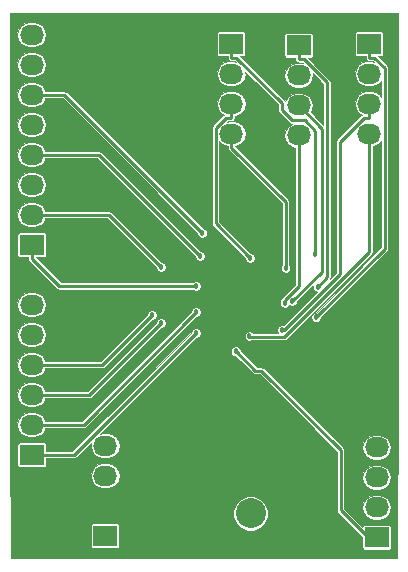
<source format=gbl>
G04 #@! TF.FileFunction,Copper,L2,Bot,Signal*
%FSLAX46Y46*%
G04 Gerber Fmt 4.6, Leading zero omitted, Abs format (unit mm)*
G04 Created by KiCad (PCBNEW (2015-07-25 BZR 5993)-product) date Sun 30 Aug 2015 02:46:25 PM PDT*
%MOMM*%
G01*
G04 APERTURE LIST*
%ADD10C,0.100000*%
%ADD11C,0.508000*%
%ADD12R,2.032000X1.727200*%
%ADD13O,2.032000X1.727200*%
%ADD14R,2.540000X2.540000*%
%ADD15C,2.540000*%
%ADD16C,0.457200*%
%ADD17C,0.228600*%
%ADD18C,0.250000*%
%ADD19C,0.025400*%
G04 APERTURE END LIST*
D10*
D11*
X139954000Y-55880000D03*
X145542000Y-68961000D03*
X145542000Y-70104000D03*
X145542000Y-71247000D03*
X145542000Y-67945000D03*
X143256000Y-67945000D03*
X143256000Y-71247000D03*
X143256000Y-70104000D03*
X143256000Y-68961000D03*
X144399000Y-68961000D03*
X144399000Y-70104000D03*
X144399000Y-71247000D03*
X144399000Y-67945000D03*
X144190720Y-79872840D03*
X147955000Y-62738000D03*
X140208000Y-76581000D03*
D12*
X128270000Y-65405000D03*
D13*
X128270000Y-62865000D03*
X128270000Y-60325000D03*
X128270000Y-57785000D03*
X128270000Y-55245000D03*
X128270000Y-52705000D03*
X128270000Y-50165000D03*
X128270000Y-47625000D03*
D12*
X128270000Y-83185000D03*
D13*
X128270000Y-80645000D03*
X128270000Y-78105000D03*
X128270000Y-75565000D03*
X128270000Y-73025000D03*
X128270000Y-70485000D03*
D12*
X134493000Y-90043000D03*
D13*
X134493000Y-87503000D03*
X134493000Y-84963000D03*
X134493000Y-82423000D03*
D12*
X145161000Y-48387000D03*
D13*
X145161000Y-50927000D03*
X145161000Y-53467000D03*
X145161000Y-56007000D03*
D12*
X150876000Y-48514000D03*
D13*
X150876000Y-51054000D03*
X150876000Y-53594000D03*
X150876000Y-56134000D03*
D12*
X156845000Y-48387000D03*
D13*
X156845000Y-50927000D03*
X156845000Y-53467000D03*
X156845000Y-56007000D03*
D12*
X157480000Y-90170000D03*
D13*
X157480000Y-87630000D03*
X157480000Y-85090000D03*
X157480000Y-82550000D03*
D14*
X141732000Y-88138000D03*
D15*
X146812000Y-88138000D03*
D16*
X145542000Y-74422000D03*
X142194500Y-68896500D03*
X139217200Y-67290600D03*
X142522600Y-66346800D03*
X142728800Y-64392200D03*
X142160800Y-72879400D03*
X142194500Y-71113500D03*
X139232100Y-72017500D03*
X138446000Y-71357700D03*
X152290000Y-66200000D03*
X146783400Y-66531200D03*
X149767100Y-67374100D03*
X152475200Y-68963600D03*
X150345100Y-70163200D03*
X149688800Y-70290000D03*
X152336400Y-71554400D03*
X149450600Y-72608200D03*
X146714200Y-73108700D03*
D17*
X157480000Y-90170000D02*
X156718000Y-90170000D01*
X156718000Y-90170000D02*
X154432000Y-87884000D01*
X154432000Y-87884000D02*
X154432000Y-82804000D01*
X154432000Y-82804000D02*
X147701000Y-76073000D01*
X147701000Y-76073000D02*
X147193000Y-76073000D01*
X147193000Y-76073000D02*
X145542000Y-74422000D01*
X130605500Y-68896500D02*
X142194500Y-68896500D01*
X128270000Y-66561000D02*
X130605500Y-68896500D01*
X128270000Y-65405000D02*
X128270000Y-66561000D01*
X134791600Y-62865000D02*
X139217200Y-67290600D01*
X128270000Y-62865000D02*
X134791600Y-62865000D01*
X133960800Y-57785000D02*
X142522600Y-66346800D01*
X128270000Y-57785000D02*
X133960800Y-57785000D01*
X131041600Y-52705000D02*
X142728800Y-64392200D01*
X128270000Y-52705000D02*
X131041600Y-52705000D01*
D18*
X128905000Y-50165000D02*
X128270000Y-50165000D01*
D17*
X131855200Y-83185000D02*
X142160800Y-72879400D01*
X128270000Y-83185000D02*
X131855200Y-83185000D01*
X132663000Y-80645000D02*
X142194500Y-71113500D01*
X128270000Y-80645000D02*
X132663000Y-80645000D01*
X133144600Y-78105000D02*
X139232100Y-72017500D01*
X128270000Y-78105000D02*
X133144600Y-78105000D01*
X134238700Y-75565000D02*
X138446000Y-71357700D01*
X128270000Y-75565000D02*
X134238700Y-75565000D01*
X152290000Y-55731800D02*
X152290000Y-66200000D01*
X151422200Y-54864000D02*
X152290000Y-55731800D01*
X150343700Y-54864000D02*
X151422200Y-54864000D01*
X149431200Y-53951500D02*
X150343700Y-54864000D01*
X149431200Y-53379700D02*
X149431200Y-53951500D01*
X145594500Y-49543000D02*
X149431200Y-53379700D01*
X145161000Y-49543000D02*
X145594500Y-49543000D01*
X145161000Y-48387000D02*
X145161000Y-49543000D01*
X143847100Y-63594900D02*
X146783400Y-66531200D01*
X143847100Y-55503400D02*
X143847100Y-63594900D01*
X144727500Y-54623000D02*
X143847100Y-55503400D01*
X145161000Y-54623000D02*
X144727500Y-54623000D01*
X145161000Y-53467000D02*
X145161000Y-54623000D01*
X149767100Y-61769100D02*
X145161000Y-57163000D01*
X149767100Y-67374100D02*
X149767100Y-61769100D01*
X145161000Y-56007000D02*
X145161000Y-57163000D01*
X153270800Y-68168000D02*
X152475200Y-68963600D01*
X153270800Y-51631300D02*
X153270800Y-68168000D01*
X151309500Y-49670000D02*
X153270800Y-51631300D01*
X150876000Y-49670000D02*
X151309500Y-49670000D01*
X150876000Y-48514000D02*
X150876000Y-49670000D01*
X152844700Y-67663600D02*
X150345100Y-70163200D01*
X152844700Y-55562700D02*
X152844700Y-67663600D01*
X150876000Y-53594000D02*
X152844700Y-55562700D01*
X149688800Y-70082800D02*
X149688800Y-70290000D01*
X150876000Y-68895600D02*
X149688800Y-70082800D01*
X150876000Y-56134000D02*
X150876000Y-68895600D01*
X158160700Y-65730100D02*
X152336400Y-71554400D01*
X158160700Y-50425200D02*
X158160700Y-65730100D01*
X157278500Y-49543000D02*
X158160700Y-50425200D01*
X156845000Y-49543000D02*
X157278500Y-49543000D01*
X156845000Y-48387000D02*
X156845000Y-49543000D01*
X149641600Y-72608200D02*
X149450600Y-72608200D01*
X154342800Y-67907000D02*
X149641600Y-72608200D01*
X154342800Y-56691700D02*
X154342800Y-67907000D01*
X156411500Y-54623000D02*
X154342800Y-56691700D01*
X156845000Y-54623000D02*
X156411500Y-54623000D01*
X156845000Y-53467000D02*
X156845000Y-54623000D01*
X146776600Y-73171100D02*
X146714200Y-73108700D01*
X149654000Y-73171100D02*
X146776600Y-73171100D01*
X156845000Y-65980100D02*
X149654000Y-73171100D01*
X156845000Y-56007000D02*
X156845000Y-65980100D01*
D19*
G36*
X159322300Y-77933834D02*
X159245369Y-91935300D01*
X126504630Y-91935300D01*
X126489489Y-89179400D01*
X133282768Y-89179400D01*
X133282768Y-90906600D01*
X133296861Y-90979237D01*
X133338798Y-91043078D01*
X133402108Y-91085813D01*
X133477000Y-91100832D01*
X135509000Y-91100832D01*
X135581637Y-91086739D01*
X135645478Y-91044802D01*
X135688213Y-90981492D01*
X135703232Y-90906600D01*
X135703232Y-89179400D01*
X135689139Y-89106763D01*
X135647202Y-89042922D01*
X135583892Y-89000187D01*
X135509000Y-88985168D01*
X133477000Y-88985168D01*
X133404363Y-88999261D01*
X133340522Y-89041198D01*
X133297787Y-89104508D01*
X133282768Y-89179400D01*
X126489489Y-89179400D01*
X126485357Y-88427237D01*
X145351247Y-88427237D01*
X145573126Y-88964226D01*
X145983613Y-89375430D01*
X146520214Y-89598246D01*
X147101237Y-89598753D01*
X147638226Y-89376874D01*
X148049430Y-88966387D01*
X148272246Y-88429786D01*
X148272753Y-87848763D01*
X148050874Y-87311774D01*
X147640387Y-86900570D01*
X147103786Y-86677754D01*
X146522763Y-86677247D01*
X145985774Y-86899126D01*
X145574570Y-87309613D01*
X145351754Y-87846214D01*
X145351247Y-88427237D01*
X126485357Y-88427237D01*
X126466322Y-84963000D01*
X133262863Y-84963000D01*
X133343102Y-85366387D01*
X133571602Y-85708361D01*
X133913576Y-85936861D01*
X134316963Y-86017100D01*
X134669037Y-86017100D01*
X135072424Y-85936861D01*
X135414398Y-85708361D01*
X135642898Y-85366387D01*
X135723137Y-84963000D01*
X135642898Y-84559613D01*
X135414398Y-84217639D01*
X135072424Y-83989139D01*
X134669037Y-83908900D01*
X134316963Y-83908900D01*
X133913576Y-83989139D01*
X133571602Y-84217639D01*
X133343102Y-84559613D01*
X133262863Y-84963000D01*
X126466322Y-84963000D01*
X126451807Y-82321400D01*
X127059768Y-82321400D01*
X127059768Y-84048600D01*
X127073861Y-84121237D01*
X127115798Y-84185078D01*
X127179108Y-84227813D01*
X127254000Y-84242832D01*
X129286000Y-84242832D01*
X129358637Y-84228739D01*
X129422478Y-84186802D01*
X129465213Y-84123492D01*
X129480232Y-84048600D01*
X129480232Y-83489800D01*
X131855200Y-83489800D01*
X131971842Y-83466598D01*
X132070726Y-83400526D01*
X133316152Y-82155100D01*
X133262863Y-82423000D01*
X133343102Y-82826387D01*
X133571602Y-83168361D01*
X133913576Y-83396861D01*
X134316963Y-83477100D01*
X134669037Y-83477100D01*
X135072424Y-83396861D01*
X135414398Y-83168361D01*
X135642898Y-82826387D01*
X135723137Y-82423000D01*
X135642898Y-82019613D01*
X135414398Y-81677639D01*
X135072424Y-81449139D01*
X134669037Y-81368900D01*
X134316963Y-81368900D01*
X134049063Y-81422189D01*
X140966254Y-74504998D01*
X145122827Y-74504998D01*
X145186497Y-74659091D01*
X145304289Y-74777089D01*
X145458270Y-74841027D01*
X145530038Y-74841090D01*
X146977474Y-76288526D01*
X147076358Y-76354598D01*
X147193000Y-76377800D01*
X147574748Y-76377800D01*
X154127200Y-82930252D01*
X154127200Y-87884000D01*
X154150402Y-88000642D01*
X154216474Y-88099526D01*
X156269768Y-90152820D01*
X156269768Y-91033600D01*
X156283861Y-91106237D01*
X156325798Y-91170078D01*
X156389108Y-91212813D01*
X156464000Y-91227832D01*
X158496000Y-91227832D01*
X158568637Y-91213739D01*
X158632478Y-91171802D01*
X158675213Y-91108492D01*
X158690232Y-91033600D01*
X158690232Y-89306400D01*
X158676139Y-89233763D01*
X158634202Y-89169922D01*
X158570892Y-89127187D01*
X158496000Y-89112168D01*
X156464000Y-89112168D01*
X156391363Y-89126261D01*
X156327522Y-89168198D01*
X156284787Y-89231508D01*
X156272388Y-89293336D01*
X154736800Y-87757748D01*
X154736800Y-87630000D01*
X156249863Y-87630000D01*
X156330102Y-88033387D01*
X156558602Y-88375361D01*
X156900576Y-88603861D01*
X157303963Y-88684100D01*
X157656037Y-88684100D01*
X158059424Y-88603861D01*
X158401398Y-88375361D01*
X158629898Y-88033387D01*
X158710137Y-87630000D01*
X158629898Y-87226613D01*
X158401398Y-86884639D01*
X158059424Y-86656139D01*
X157656037Y-86575900D01*
X157303963Y-86575900D01*
X156900576Y-86656139D01*
X156558602Y-86884639D01*
X156330102Y-87226613D01*
X156249863Y-87630000D01*
X154736800Y-87630000D01*
X154736800Y-85090000D01*
X156249863Y-85090000D01*
X156330102Y-85493387D01*
X156558602Y-85835361D01*
X156900576Y-86063861D01*
X157303963Y-86144100D01*
X157656037Y-86144100D01*
X158059424Y-86063861D01*
X158401398Y-85835361D01*
X158629898Y-85493387D01*
X158710137Y-85090000D01*
X158629898Y-84686613D01*
X158401398Y-84344639D01*
X158059424Y-84116139D01*
X157656037Y-84035900D01*
X157303963Y-84035900D01*
X156900576Y-84116139D01*
X156558602Y-84344639D01*
X156330102Y-84686613D01*
X156249863Y-85090000D01*
X154736800Y-85090000D01*
X154736800Y-82804000D01*
X154713598Y-82687358D01*
X154647526Y-82588474D01*
X154609052Y-82550000D01*
X156249863Y-82550000D01*
X156330102Y-82953387D01*
X156558602Y-83295361D01*
X156900576Y-83523861D01*
X157303963Y-83604100D01*
X157656037Y-83604100D01*
X158059424Y-83523861D01*
X158401398Y-83295361D01*
X158629898Y-82953387D01*
X158710137Y-82550000D01*
X158629898Y-82146613D01*
X158401398Y-81804639D01*
X158059424Y-81576139D01*
X157656037Y-81495900D01*
X157303963Y-81495900D01*
X156900576Y-81576139D01*
X156558602Y-81804639D01*
X156330102Y-82146613D01*
X156249863Y-82550000D01*
X154609052Y-82550000D01*
X147916526Y-75857474D01*
X147817642Y-75791402D01*
X147701000Y-75768200D01*
X147319252Y-75768200D01*
X145961111Y-74410059D01*
X145961173Y-74339002D01*
X145897503Y-74184909D01*
X145779711Y-74066911D01*
X145625730Y-74002973D01*
X145459002Y-74002827D01*
X145304909Y-74066497D01*
X145186911Y-74184289D01*
X145122973Y-74338270D01*
X145122827Y-74504998D01*
X140966254Y-74504998D01*
X142172741Y-73298511D01*
X142243798Y-73298573D01*
X142397891Y-73234903D01*
X142515889Y-73117111D01*
X142579827Y-72963130D01*
X142579973Y-72796402D01*
X142516303Y-72642309D01*
X142398511Y-72524311D01*
X142244530Y-72460373D01*
X142077802Y-72460227D01*
X141923709Y-72523897D01*
X141805711Y-72641689D01*
X141741773Y-72795670D01*
X141741710Y-72867438D01*
X131728948Y-82880200D01*
X129480232Y-82880200D01*
X129480232Y-82321400D01*
X129466139Y-82248763D01*
X129424202Y-82184922D01*
X129360892Y-82142187D01*
X129286000Y-82127168D01*
X127254000Y-82127168D01*
X127181363Y-82141261D01*
X127117522Y-82183198D01*
X127074787Y-82246508D01*
X127059768Y-82321400D01*
X126451807Y-82321400D01*
X126442596Y-80645000D01*
X127039863Y-80645000D01*
X127120102Y-81048387D01*
X127348602Y-81390361D01*
X127690576Y-81618861D01*
X128093963Y-81699100D01*
X128446037Y-81699100D01*
X128849424Y-81618861D01*
X129191398Y-81390361D01*
X129419898Y-81048387D01*
X129439508Y-80949800D01*
X132663000Y-80949800D01*
X132779642Y-80926598D01*
X132878526Y-80860526D01*
X142206441Y-71532611D01*
X142277498Y-71532673D01*
X142431591Y-71469003D01*
X142549589Y-71351211D01*
X142613527Y-71197230D01*
X142613673Y-71030502D01*
X142550003Y-70876409D01*
X142432211Y-70758411D01*
X142278230Y-70694473D01*
X142111502Y-70694327D01*
X141957409Y-70757997D01*
X141839411Y-70875789D01*
X141775473Y-71029770D01*
X141775410Y-71101538D01*
X132536748Y-80340200D01*
X129439508Y-80340200D01*
X129419898Y-80241613D01*
X129191398Y-79899639D01*
X128849424Y-79671139D01*
X128446037Y-79590900D01*
X128093963Y-79590900D01*
X127690576Y-79671139D01*
X127348602Y-79899639D01*
X127120102Y-80241613D01*
X127039863Y-80645000D01*
X126442596Y-80645000D01*
X126428640Y-78105000D01*
X127039863Y-78105000D01*
X127120102Y-78508387D01*
X127348602Y-78850361D01*
X127690576Y-79078861D01*
X128093963Y-79159100D01*
X128446037Y-79159100D01*
X128849424Y-79078861D01*
X129191398Y-78850361D01*
X129419898Y-78508387D01*
X129439508Y-78409800D01*
X133144600Y-78409800D01*
X133261242Y-78386598D01*
X133360126Y-78320526D01*
X139244041Y-72436611D01*
X139315098Y-72436673D01*
X139469191Y-72373003D01*
X139587189Y-72255211D01*
X139651127Y-72101230D01*
X139651273Y-71934502D01*
X139587603Y-71780409D01*
X139469811Y-71662411D01*
X139315830Y-71598473D01*
X139149102Y-71598327D01*
X138995009Y-71661997D01*
X138877011Y-71779789D01*
X138813073Y-71933770D01*
X138813010Y-72005538D01*
X133018348Y-77800200D01*
X129439508Y-77800200D01*
X129419898Y-77701613D01*
X129191398Y-77359639D01*
X128849424Y-77131139D01*
X128446037Y-77050900D01*
X128093963Y-77050900D01*
X127690576Y-77131139D01*
X127348602Y-77359639D01*
X127120102Y-77701613D01*
X127039863Y-78105000D01*
X126428640Y-78105000D01*
X126427700Y-77934016D01*
X126427700Y-75565000D01*
X127039863Y-75565000D01*
X127120102Y-75968387D01*
X127348602Y-76310361D01*
X127690576Y-76538861D01*
X128093963Y-76619100D01*
X128446037Y-76619100D01*
X128849424Y-76538861D01*
X129191398Y-76310361D01*
X129419898Y-75968387D01*
X129439508Y-75869800D01*
X134238700Y-75869800D01*
X134355342Y-75846598D01*
X134454226Y-75780526D01*
X138457941Y-71776811D01*
X138528998Y-71776873D01*
X138683091Y-71713203D01*
X138801089Y-71595411D01*
X138865027Y-71441430D01*
X138865173Y-71274702D01*
X138801503Y-71120609D01*
X138683711Y-71002611D01*
X138529730Y-70938673D01*
X138363002Y-70938527D01*
X138208909Y-71002197D01*
X138090911Y-71119989D01*
X138026973Y-71273970D01*
X138026910Y-71345738D01*
X134112448Y-75260200D01*
X129439508Y-75260200D01*
X129419898Y-75161613D01*
X129191398Y-74819639D01*
X128849424Y-74591139D01*
X128446037Y-74510900D01*
X128093963Y-74510900D01*
X127690576Y-74591139D01*
X127348602Y-74819639D01*
X127120102Y-75161613D01*
X127039863Y-75565000D01*
X126427700Y-75565000D01*
X126427700Y-73025000D01*
X127039863Y-73025000D01*
X127120102Y-73428387D01*
X127348602Y-73770361D01*
X127690576Y-73998861D01*
X128093963Y-74079100D01*
X128446037Y-74079100D01*
X128849424Y-73998861D01*
X129191398Y-73770361D01*
X129419898Y-73428387D01*
X129500137Y-73025000D01*
X129419898Y-72621613D01*
X129191398Y-72279639D01*
X128849424Y-72051139D01*
X128446037Y-71970900D01*
X128093963Y-71970900D01*
X127690576Y-72051139D01*
X127348602Y-72279639D01*
X127120102Y-72621613D01*
X127039863Y-73025000D01*
X126427700Y-73025000D01*
X126427700Y-70485000D01*
X127039863Y-70485000D01*
X127120102Y-70888387D01*
X127348602Y-71230361D01*
X127690576Y-71458861D01*
X128093963Y-71539100D01*
X128446037Y-71539100D01*
X128849424Y-71458861D01*
X129191398Y-71230361D01*
X129419898Y-70888387D01*
X129500137Y-70485000D01*
X129419898Y-70081613D01*
X129191398Y-69739639D01*
X128849424Y-69511139D01*
X128446037Y-69430900D01*
X128093963Y-69430900D01*
X127690576Y-69511139D01*
X127348602Y-69739639D01*
X127120102Y-70081613D01*
X127039863Y-70485000D01*
X126427700Y-70485000D01*
X126427700Y-64541400D01*
X127059768Y-64541400D01*
X127059768Y-66268600D01*
X127073861Y-66341237D01*
X127115798Y-66405078D01*
X127179108Y-66447813D01*
X127254000Y-66462832D01*
X127965200Y-66462832D01*
X127965200Y-66561000D01*
X127988402Y-66677642D01*
X128054474Y-66776526D01*
X130389974Y-69112026D01*
X130488858Y-69178098D01*
X130605500Y-69201300D01*
X141906588Y-69201300D01*
X141956789Y-69251589D01*
X142110770Y-69315527D01*
X142277498Y-69315673D01*
X142431591Y-69252003D01*
X142549589Y-69134211D01*
X142613527Y-68980230D01*
X142613673Y-68813502D01*
X142550003Y-68659409D01*
X142432211Y-68541411D01*
X142278230Y-68477473D01*
X142111502Y-68477327D01*
X141957409Y-68540997D01*
X141906617Y-68591700D01*
X130731752Y-68591700D01*
X128602884Y-66462832D01*
X129286000Y-66462832D01*
X129358637Y-66448739D01*
X129422478Y-66406802D01*
X129465213Y-66343492D01*
X129480232Y-66268600D01*
X129480232Y-64541400D01*
X129466139Y-64468763D01*
X129424202Y-64404922D01*
X129360892Y-64362187D01*
X129286000Y-64347168D01*
X127254000Y-64347168D01*
X127181363Y-64361261D01*
X127117522Y-64403198D01*
X127074787Y-64466508D01*
X127059768Y-64541400D01*
X126427700Y-64541400D01*
X126427700Y-62865000D01*
X127039863Y-62865000D01*
X127120102Y-63268387D01*
X127348602Y-63610361D01*
X127690576Y-63838861D01*
X128093963Y-63919100D01*
X128446037Y-63919100D01*
X128849424Y-63838861D01*
X129191398Y-63610361D01*
X129419898Y-63268387D01*
X129439508Y-63169800D01*
X134665348Y-63169800D01*
X138798089Y-67302541D01*
X138798027Y-67373598D01*
X138861697Y-67527691D01*
X138979489Y-67645689D01*
X139133470Y-67709627D01*
X139300198Y-67709773D01*
X139454291Y-67646103D01*
X139572289Y-67528311D01*
X139636227Y-67374330D01*
X139636373Y-67207602D01*
X139572703Y-67053509D01*
X139454911Y-66935511D01*
X139300930Y-66871573D01*
X139229162Y-66871510D01*
X135007126Y-62649474D01*
X134908242Y-62583402D01*
X134791600Y-62560200D01*
X129439508Y-62560200D01*
X129419898Y-62461613D01*
X129191398Y-62119639D01*
X128849424Y-61891139D01*
X128446037Y-61810900D01*
X128093963Y-61810900D01*
X127690576Y-61891139D01*
X127348602Y-62119639D01*
X127120102Y-62461613D01*
X127039863Y-62865000D01*
X126427700Y-62865000D01*
X126427700Y-60325000D01*
X127039863Y-60325000D01*
X127120102Y-60728387D01*
X127348602Y-61070361D01*
X127690576Y-61298861D01*
X128093963Y-61379100D01*
X128446037Y-61379100D01*
X128849424Y-61298861D01*
X129191398Y-61070361D01*
X129419898Y-60728387D01*
X129500137Y-60325000D01*
X129419898Y-59921613D01*
X129191398Y-59579639D01*
X128849424Y-59351139D01*
X128446037Y-59270900D01*
X128093963Y-59270900D01*
X127690576Y-59351139D01*
X127348602Y-59579639D01*
X127120102Y-59921613D01*
X127039863Y-60325000D01*
X126427700Y-60325000D01*
X126427700Y-57785000D01*
X127039863Y-57785000D01*
X127120102Y-58188387D01*
X127348602Y-58530361D01*
X127690576Y-58758861D01*
X128093963Y-58839100D01*
X128446037Y-58839100D01*
X128849424Y-58758861D01*
X129191398Y-58530361D01*
X129419898Y-58188387D01*
X129439508Y-58089800D01*
X133834548Y-58089800D01*
X142103489Y-66358741D01*
X142103427Y-66429798D01*
X142167097Y-66583891D01*
X142284889Y-66701889D01*
X142438870Y-66765827D01*
X142605598Y-66765973D01*
X142759691Y-66702303D01*
X142877689Y-66584511D01*
X142941627Y-66430530D01*
X142941773Y-66263802D01*
X142878103Y-66109709D01*
X142760311Y-65991711D01*
X142606330Y-65927773D01*
X142534562Y-65927710D01*
X134176326Y-57569474D01*
X134077442Y-57503402D01*
X133960800Y-57480200D01*
X129439508Y-57480200D01*
X129419898Y-57381613D01*
X129191398Y-57039639D01*
X128849424Y-56811139D01*
X128446037Y-56730900D01*
X128093963Y-56730900D01*
X127690576Y-56811139D01*
X127348602Y-57039639D01*
X127120102Y-57381613D01*
X127039863Y-57785000D01*
X126427700Y-57785000D01*
X126427700Y-55245000D01*
X127039863Y-55245000D01*
X127120102Y-55648387D01*
X127348602Y-55990361D01*
X127690576Y-56218861D01*
X128093963Y-56299100D01*
X128446037Y-56299100D01*
X128849424Y-56218861D01*
X129191398Y-55990361D01*
X129419898Y-55648387D01*
X129500137Y-55245000D01*
X129419898Y-54841613D01*
X129191398Y-54499639D01*
X128849424Y-54271139D01*
X128446037Y-54190900D01*
X128093963Y-54190900D01*
X127690576Y-54271139D01*
X127348602Y-54499639D01*
X127120102Y-54841613D01*
X127039863Y-55245000D01*
X126427700Y-55245000D01*
X126427700Y-52705000D01*
X127039863Y-52705000D01*
X127120102Y-53108387D01*
X127348602Y-53450361D01*
X127690576Y-53678861D01*
X128093963Y-53759100D01*
X128446037Y-53759100D01*
X128849424Y-53678861D01*
X129191398Y-53450361D01*
X129419898Y-53108387D01*
X129439508Y-53009800D01*
X130915348Y-53009800D01*
X142309689Y-64404141D01*
X142309627Y-64475198D01*
X142373297Y-64629291D01*
X142491089Y-64747289D01*
X142645070Y-64811227D01*
X142811798Y-64811373D01*
X142965891Y-64747703D01*
X143083889Y-64629911D01*
X143147827Y-64475930D01*
X143147973Y-64309202D01*
X143084303Y-64155109D01*
X142966511Y-64037111D01*
X142812530Y-63973173D01*
X142740762Y-63973110D01*
X134271052Y-55503400D01*
X143542300Y-55503400D01*
X143542300Y-63594900D01*
X143565502Y-63711542D01*
X143631574Y-63810426D01*
X146364289Y-66543141D01*
X146364227Y-66614198D01*
X146427897Y-66768291D01*
X146545689Y-66886289D01*
X146699670Y-66950227D01*
X146866398Y-66950373D01*
X147020491Y-66886703D01*
X147138489Y-66768911D01*
X147202427Y-66614930D01*
X147202573Y-66448202D01*
X147138903Y-66294109D01*
X147021111Y-66176111D01*
X146867130Y-66112173D01*
X146795362Y-66112110D01*
X144151900Y-63468648D01*
X144151900Y-56621106D01*
X144239602Y-56752361D01*
X144581576Y-56980861D01*
X144856200Y-57035487D01*
X144856200Y-57163000D01*
X144879402Y-57279642D01*
X144945474Y-57378526D01*
X149462300Y-61895352D01*
X149462300Y-67086188D01*
X149412011Y-67136389D01*
X149348073Y-67290370D01*
X149347927Y-67457098D01*
X149411597Y-67611191D01*
X149529389Y-67729189D01*
X149683370Y-67793127D01*
X149850098Y-67793273D01*
X150004191Y-67729603D01*
X150122189Y-67611811D01*
X150186127Y-67457830D01*
X150186273Y-67291102D01*
X150122603Y-67137009D01*
X150071900Y-67086217D01*
X150071900Y-61769100D01*
X150048698Y-61652458D01*
X149982626Y-61553574D01*
X145465800Y-57036748D01*
X145465800Y-57035487D01*
X145740424Y-56980861D01*
X146082398Y-56752361D01*
X146310898Y-56410387D01*
X146391137Y-56007000D01*
X146310898Y-55603613D01*
X146082398Y-55261639D01*
X145740424Y-55033139D01*
X145337037Y-54952900D01*
X144984963Y-54952900D01*
X144789839Y-54991713D01*
X144853752Y-54927800D01*
X145161000Y-54927800D01*
X145277642Y-54904598D01*
X145376526Y-54838526D01*
X145442598Y-54739642D01*
X145465800Y-54623000D01*
X145465800Y-54495487D01*
X145740424Y-54440861D01*
X146082398Y-54212361D01*
X146310898Y-53870387D01*
X146391137Y-53467000D01*
X146310898Y-53063613D01*
X146082398Y-52721639D01*
X145740424Y-52493139D01*
X145337037Y-52412900D01*
X144984963Y-52412900D01*
X144581576Y-52493139D01*
X144239602Y-52721639D01*
X144011102Y-53063613D01*
X143930863Y-53467000D01*
X144011102Y-53870387D01*
X144239602Y-54212361D01*
X144521791Y-54400914D01*
X144511974Y-54407474D01*
X143631574Y-55287874D01*
X143565502Y-55386758D01*
X143542300Y-55503400D01*
X134271052Y-55503400D01*
X131257126Y-52489474D01*
X131158242Y-52423402D01*
X131041600Y-52400200D01*
X129439508Y-52400200D01*
X129419898Y-52301613D01*
X129191398Y-51959639D01*
X128849424Y-51731139D01*
X128446037Y-51650900D01*
X128093963Y-51650900D01*
X127690576Y-51731139D01*
X127348602Y-51959639D01*
X127120102Y-52301613D01*
X127039863Y-52705000D01*
X126427700Y-52705000D01*
X126427700Y-50165000D01*
X127039863Y-50165000D01*
X127120102Y-50568387D01*
X127348602Y-50910361D01*
X127690576Y-51138861D01*
X128093963Y-51219100D01*
X128446037Y-51219100D01*
X128849424Y-51138861D01*
X129166496Y-50927000D01*
X143930863Y-50927000D01*
X144011102Y-51330387D01*
X144239602Y-51672361D01*
X144581576Y-51900861D01*
X144984963Y-51981100D01*
X145337037Y-51981100D01*
X145740424Y-51900861D01*
X146082398Y-51672361D01*
X146310898Y-51330387D01*
X146391137Y-50927000D01*
X146352324Y-50731876D01*
X149126400Y-53505952D01*
X149126400Y-53951500D01*
X149149602Y-54068142D01*
X149215674Y-54167026D01*
X150128174Y-55079526D01*
X150227058Y-55145598D01*
X150298368Y-55159783D01*
X150296576Y-55160139D01*
X149954602Y-55388639D01*
X149726102Y-55730613D01*
X149645863Y-56134000D01*
X149726102Y-56537387D01*
X149954602Y-56879361D01*
X150296576Y-57107861D01*
X150571200Y-57162487D01*
X150571200Y-68769348D01*
X149473274Y-69867274D01*
X149407202Y-69966158D01*
X149404033Y-69982090D01*
X149333711Y-70052289D01*
X149269773Y-70206270D01*
X149269627Y-70372998D01*
X149333297Y-70527091D01*
X149451089Y-70645089D01*
X149605070Y-70709027D01*
X149771798Y-70709173D01*
X149925891Y-70645503D01*
X150043889Y-70527711D01*
X150065306Y-70476133D01*
X150107389Y-70518289D01*
X150261370Y-70582227D01*
X150428098Y-70582373D01*
X150582191Y-70518703D01*
X150700189Y-70400911D01*
X150764127Y-70246930D01*
X150764190Y-70175162D01*
X152056170Y-68883182D01*
X152056027Y-69046598D01*
X152119697Y-69200691D01*
X152237489Y-69318689D01*
X152391470Y-69382627D01*
X152436082Y-69382666D01*
X149601630Y-72217118D01*
X149534330Y-72189173D01*
X149367602Y-72189027D01*
X149213509Y-72252697D01*
X149095511Y-72370489D01*
X149031573Y-72524470D01*
X149031427Y-72691198D01*
X149095097Y-72845291D01*
X149116069Y-72866300D01*
X147064403Y-72866300D01*
X146951911Y-72753611D01*
X146797930Y-72689673D01*
X146631202Y-72689527D01*
X146477109Y-72753197D01*
X146359111Y-72870989D01*
X146295173Y-73024970D01*
X146295027Y-73191698D01*
X146358697Y-73345791D01*
X146476489Y-73463789D01*
X146630470Y-73527727D01*
X146797198Y-73527873D01*
X146922982Y-73475900D01*
X149654000Y-73475900D01*
X149770642Y-73452698D01*
X149869526Y-73386626D01*
X157060526Y-66195626D01*
X157073842Y-66175697D01*
X157126598Y-66096742D01*
X157149800Y-65980100D01*
X157149800Y-57035487D01*
X157424424Y-56980861D01*
X157766398Y-56752361D01*
X157855900Y-56618412D01*
X157855900Y-65603848D01*
X152324459Y-71135289D01*
X152253402Y-71135227D01*
X152099309Y-71198897D01*
X151981311Y-71316689D01*
X151917373Y-71470670D01*
X151917227Y-71637398D01*
X151980897Y-71791491D01*
X152098689Y-71909489D01*
X152252670Y-71973427D01*
X152419398Y-71973573D01*
X152573491Y-71909903D01*
X152691489Y-71792111D01*
X152755427Y-71638130D01*
X152755490Y-71566362D01*
X158376226Y-65945626D01*
X158442298Y-65846742D01*
X158465500Y-65730100D01*
X158465500Y-50425200D01*
X158442298Y-50308558D01*
X158376226Y-50209674D01*
X157611384Y-49444832D01*
X157861000Y-49444832D01*
X157933637Y-49430739D01*
X157997478Y-49388802D01*
X158040213Y-49325492D01*
X158055232Y-49250600D01*
X158055232Y-47523400D01*
X158041139Y-47450763D01*
X157999202Y-47386922D01*
X157935892Y-47344187D01*
X157861000Y-47329168D01*
X155829000Y-47329168D01*
X155756363Y-47343261D01*
X155692522Y-47385198D01*
X155649787Y-47448508D01*
X155634768Y-47523400D01*
X155634768Y-49250600D01*
X155648861Y-49323237D01*
X155690798Y-49387078D01*
X155754108Y-49429813D01*
X155829000Y-49444832D01*
X156540200Y-49444832D01*
X156540200Y-49543000D01*
X156563402Y-49659642D01*
X156629474Y-49758526D01*
X156728358Y-49824598D01*
X156845000Y-49847800D01*
X157152248Y-49847800D01*
X157216161Y-49911713D01*
X157021037Y-49872900D01*
X156668963Y-49872900D01*
X156265576Y-49953139D01*
X155923602Y-50181639D01*
X155695102Y-50523613D01*
X155614863Y-50927000D01*
X155695102Y-51330387D01*
X155923602Y-51672361D01*
X156265576Y-51900861D01*
X156668963Y-51981100D01*
X157021037Y-51981100D01*
X157424424Y-51900861D01*
X157766398Y-51672361D01*
X157855900Y-51538412D01*
X157855900Y-52855588D01*
X157766398Y-52721639D01*
X157424424Y-52493139D01*
X157021037Y-52412900D01*
X156668963Y-52412900D01*
X156265576Y-52493139D01*
X155923602Y-52721639D01*
X155695102Y-53063613D01*
X155614863Y-53467000D01*
X155695102Y-53870387D01*
X155923602Y-54212361D01*
X156205791Y-54400914D01*
X156195974Y-54407474D01*
X154127274Y-56476174D01*
X154061202Y-56575058D01*
X154038000Y-56691700D01*
X154038000Y-67780748D01*
X153556940Y-68261808D01*
X153575600Y-68168000D01*
X153575600Y-51631300D01*
X153552398Y-51514658D01*
X153486326Y-51415774D01*
X151642384Y-49571832D01*
X151892000Y-49571832D01*
X151964637Y-49557739D01*
X152028478Y-49515802D01*
X152071213Y-49452492D01*
X152086232Y-49377600D01*
X152086232Y-47650400D01*
X152072139Y-47577763D01*
X152030202Y-47513922D01*
X151966892Y-47471187D01*
X151892000Y-47456168D01*
X149860000Y-47456168D01*
X149787363Y-47470261D01*
X149723522Y-47512198D01*
X149680787Y-47575508D01*
X149665768Y-47650400D01*
X149665768Y-49377600D01*
X149679861Y-49450237D01*
X149721798Y-49514078D01*
X149785108Y-49556813D01*
X149860000Y-49571832D01*
X150571200Y-49571832D01*
X150571200Y-49670000D01*
X150594402Y-49786642D01*
X150660474Y-49885526D01*
X150759358Y-49951598D01*
X150876000Y-49974800D01*
X151183248Y-49974800D01*
X151247161Y-50038713D01*
X151052037Y-49999900D01*
X150699963Y-49999900D01*
X150296576Y-50080139D01*
X149954602Y-50308639D01*
X149726102Y-50650613D01*
X149645863Y-51054000D01*
X149726102Y-51457387D01*
X149954602Y-51799361D01*
X150296576Y-52027861D01*
X150699963Y-52108100D01*
X151052037Y-52108100D01*
X151455424Y-52027861D01*
X151797398Y-51799361D01*
X152025898Y-51457387D01*
X152106137Y-51054000D01*
X152067324Y-50858876D01*
X152966000Y-51757552D01*
X152966000Y-55252948D01*
X151899543Y-54186491D01*
X152025898Y-53997387D01*
X152106137Y-53594000D01*
X152025898Y-53190613D01*
X151797398Y-52848639D01*
X151455424Y-52620139D01*
X151052037Y-52539900D01*
X150699963Y-52539900D01*
X150296576Y-52620139D01*
X149954602Y-52848639D01*
X149726102Y-53190613D01*
X149711946Y-53261782D01*
X149646726Y-53164174D01*
X145927384Y-49444832D01*
X146177000Y-49444832D01*
X146249637Y-49430739D01*
X146313478Y-49388802D01*
X146356213Y-49325492D01*
X146371232Y-49250600D01*
X146371232Y-47523400D01*
X146357139Y-47450763D01*
X146315202Y-47386922D01*
X146251892Y-47344187D01*
X146177000Y-47329168D01*
X144145000Y-47329168D01*
X144072363Y-47343261D01*
X144008522Y-47385198D01*
X143965787Y-47448508D01*
X143950768Y-47523400D01*
X143950768Y-49250600D01*
X143964861Y-49323237D01*
X144006798Y-49387078D01*
X144070108Y-49429813D01*
X144145000Y-49444832D01*
X144856200Y-49444832D01*
X144856200Y-49543000D01*
X144879402Y-49659642D01*
X144945474Y-49758526D01*
X145044358Y-49824598D01*
X145161000Y-49847800D01*
X145468248Y-49847800D01*
X145532161Y-49911713D01*
X145337037Y-49872900D01*
X144984963Y-49872900D01*
X144581576Y-49953139D01*
X144239602Y-50181639D01*
X144011102Y-50523613D01*
X143930863Y-50927000D01*
X129166496Y-50927000D01*
X129191398Y-50910361D01*
X129419898Y-50568387D01*
X129500137Y-50165000D01*
X129419898Y-49761613D01*
X129191398Y-49419639D01*
X128849424Y-49191139D01*
X128446037Y-49110900D01*
X128093963Y-49110900D01*
X127690576Y-49191139D01*
X127348602Y-49419639D01*
X127120102Y-49761613D01*
X127039863Y-50165000D01*
X126427700Y-50165000D01*
X126427700Y-47625000D01*
X127039863Y-47625000D01*
X127120102Y-48028387D01*
X127348602Y-48370361D01*
X127690576Y-48598861D01*
X128093963Y-48679100D01*
X128446037Y-48679100D01*
X128849424Y-48598861D01*
X129191398Y-48370361D01*
X129419898Y-48028387D01*
X129500137Y-47625000D01*
X129419898Y-47221613D01*
X129191398Y-46879639D01*
X128849424Y-46651139D01*
X128446037Y-46570900D01*
X128093963Y-46570900D01*
X127690576Y-46651139D01*
X127348602Y-46879639D01*
X127120102Y-47221613D01*
X127039863Y-47625000D01*
X126427700Y-47625000D01*
X126427700Y-45782700D01*
X159322300Y-45782700D01*
X159322300Y-77933834D01*
X159322300Y-77933834D01*
G37*
X159322300Y-77933834D02*
X159245369Y-91935300D01*
X126504630Y-91935300D01*
X126489489Y-89179400D01*
X133282768Y-89179400D01*
X133282768Y-90906600D01*
X133296861Y-90979237D01*
X133338798Y-91043078D01*
X133402108Y-91085813D01*
X133477000Y-91100832D01*
X135509000Y-91100832D01*
X135581637Y-91086739D01*
X135645478Y-91044802D01*
X135688213Y-90981492D01*
X135703232Y-90906600D01*
X135703232Y-89179400D01*
X135689139Y-89106763D01*
X135647202Y-89042922D01*
X135583892Y-89000187D01*
X135509000Y-88985168D01*
X133477000Y-88985168D01*
X133404363Y-88999261D01*
X133340522Y-89041198D01*
X133297787Y-89104508D01*
X133282768Y-89179400D01*
X126489489Y-89179400D01*
X126485357Y-88427237D01*
X145351247Y-88427237D01*
X145573126Y-88964226D01*
X145983613Y-89375430D01*
X146520214Y-89598246D01*
X147101237Y-89598753D01*
X147638226Y-89376874D01*
X148049430Y-88966387D01*
X148272246Y-88429786D01*
X148272753Y-87848763D01*
X148050874Y-87311774D01*
X147640387Y-86900570D01*
X147103786Y-86677754D01*
X146522763Y-86677247D01*
X145985774Y-86899126D01*
X145574570Y-87309613D01*
X145351754Y-87846214D01*
X145351247Y-88427237D01*
X126485357Y-88427237D01*
X126466322Y-84963000D01*
X133262863Y-84963000D01*
X133343102Y-85366387D01*
X133571602Y-85708361D01*
X133913576Y-85936861D01*
X134316963Y-86017100D01*
X134669037Y-86017100D01*
X135072424Y-85936861D01*
X135414398Y-85708361D01*
X135642898Y-85366387D01*
X135723137Y-84963000D01*
X135642898Y-84559613D01*
X135414398Y-84217639D01*
X135072424Y-83989139D01*
X134669037Y-83908900D01*
X134316963Y-83908900D01*
X133913576Y-83989139D01*
X133571602Y-84217639D01*
X133343102Y-84559613D01*
X133262863Y-84963000D01*
X126466322Y-84963000D01*
X126451807Y-82321400D01*
X127059768Y-82321400D01*
X127059768Y-84048600D01*
X127073861Y-84121237D01*
X127115798Y-84185078D01*
X127179108Y-84227813D01*
X127254000Y-84242832D01*
X129286000Y-84242832D01*
X129358637Y-84228739D01*
X129422478Y-84186802D01*
X129465213Y-84123492D01*
X129480232Y-84048600D01*
X129480232Y-83489800D01*
X131855200Y-83489800D01*
X131971842Y-83466598D01*
X132070726Y-83400526D01*
X133316152Y-82155100D01*
X133262863Y-82423000D01*
X133343102Y-82826387D01*
X133571602Y-83168361D01*
X133913576Y-83396861D01*
X134316963Y-83477100D01*
X134669037Y-83477100D01*
X135072424Y-83396861D01*
X135414398Y-83168361D01*
X135642898Y-82826387D01*
X135723137Y-82423000D01*
X135642898Y-82019613D01*
X135414398Y-81677639D01*
X135072424Y-81449139D01*
X134669037Y-81368900D01*
X134316963Y-81368900D01*
X134049063Y-81422189D01*
X140966254Y-74504998D01*
X145122827Y-74504998D01*
X145186497Y-74659091D01*
X145304289Y-74777089D01*
X145458270Y-74841027D01*
X145530038Y-74841090D01*
X146977474Y-76288526D01*
X147076358Y-76354598D01*
X147193000Y-76377800D01*
X147574748Y-76377800D01*
X154127200Y-82930252D01*
X154127200Y-87884000D01*
X154150402Y-88000642D01*
X154216474Y-88099526D01*
X156269768Y-90152820D01*
X156269768Y-91033600D01*
X156283861Y-91106237D01*
X156325798Y-91170078D01*
X156389108Y-91212813D01*
X156464000Y-91227832D01*
X158496000Y-91227832D01*
X158568637Y-91213739D01*
X158632478Y-91171802D01*
X158675213Y-91108492D01*
X158690232Y-91033600D01*
X158690232Y-89306400D01*
X158676139Y-89233763D01*
X158634202Y-89169922D01*
X158570892Y-89127187D01*
X158496000Y-89112168D01*
X156464000Y-89112168D01*
X156391363Y-89126261D01*
X156327522Y-89168198D01*
X156284787Y-89231508D01*
X156272388Y-89293336D01*
X154736800Y-87757748D01*
X154736800Y-87630000D01*
X156249863Y-87630000D01*
X156330102Y-88033387D01*
X156558602Y-88375361D01*
X156900576Y-88603861D01*
X157303963Y-88684100D01*
X157656037Y-88684100D01*
X158059424Y-88603861D01*
X158401398Y-88375361D01*
X158629898Y-88033387D01*
X158710137Y-87630000D01*
X158629898Y-87226613D01*
X158401398Y-86884639D01*
X158059424Y-86656139D01*
X157656037Y-86575900D01*
X157303963Y-86575900D01*
X156900576Y-86656139D01*
X156558602Y-86884639D01*
X156330102Y-87226613D01*
X156249863Y-87630000D01*
X154736800Y-87630000D01*
X154736800Y-85090000D01*
X156249863Y-85090000D01*
X156330102Y-85493387D01*
X156558602Y-85835361D01*
X156900576Y-86063861D01*
X157303963Y-86144100D01*
X157656037Y-86144100D01*
X158059424Y-86063861D01*
X158401398Y-85835361D01*
X158629898Y-85493387D01*
X158710137Y-85090000D01*
X158629898Y-84686613D01*
X158401398Y-84344639D01*
X158059424Y-84116139D01*
X157656037Y-84035900D01*
X157303963Y-84035900D01*
X156900576Y-84116139D01*
X156558602Y-84344639D01*
X156330102Y-84686613D01*
X156249863Y-85090000D01*
X154736800Y-85090000D01*
X154736800Y-82804000D01*
X154713598Y-82687358D01*
X154647526Y-82588474D01*
X154609052Y-82550000D01*
X156249863Y-82550000D01*
X156330102Y-82953387D01*
X156558602Y-83295361D01*
X156900576Y-83523861D01*
X157303963Y-83604100D01*
X157656037Y-83604100D01*
X158059424Y-83523861D01*
X158401398Y-83295361D01*
X158629898Y-82953387D01*
X158710137Y-82550000D01*
X158629898Y-82146613D01*
X158401398Y-81804639D01*
X158059424Y-81576139D01*
X157656037Y-81495900D01*
X157303963Y-81495900D01*
X156900576Y-81576139D01*
X156558602Y-81804639D01*
X156330102Y-82146613D01*
X156249863Y-82550000D01*
X154609052Y-82550000D01*
X147916526Y-75857474D01*
X147817642Y-75791402D01*
X147701000Y-75768200D01*
X147319252Y-75768200D01*
X145961111Y-74410059D01*
X145961173Y-74339002D01*
X145897503Y-74184909D01*
X145779711Y-74066911D01*
X145625730Y-74002973D01*
X145459002Y-74002827D01*
X145304909Y-74066497D01*
X145186911Y-74184289D01*
X145122973Y-74338270D01*
X145122827Y-74504998D01*
X140966254Y-74504998D01*
X142172741Y-73298511D01*
X142243798Y-73298573D01*
X142397891Y-73234903D01*
X142515889Y-73117111D01*
X142579827Y-72963130D01*
X142579973Y-72796402D01*
X142516303Y-72642309D01*
X142398511Y-72524311D01*
X142244530Y-72460373D01*
X142077802Y-72460227D01*
X141923709Y-72523897D01*
X141805711Y-72641689D01*
X141741773Y-72795670D01*
X141741710Y-72867438D01*
X131728948Y-82880200D01*
X129480232Y-82880200D01*
X129480232Y-82321400D01*
X129466139Y-82248763D01*
X129424202Y-82184922D01*
X129360892Y-82142187D01*
X129286000Y-82127168D01*
X127254000Y-82127168D01*
X127181363Y-82141261D01*
X127117522Y-82183198D01*
X127074787Y-82246508D01*
X127059768Y-82321400D01*
X126451807Y-82321400D01*
X126442596Y-80645000D01*
X127039863Y-80645000D01*
X127120102Y-81048387D01*
X127348602Y-81390361D01*
X127690576Y-81618861D01*
X128093963Y-81699100D01*
X128446037Y-81699100D01*
X128849424Y-81618861D01*
X129191398Y-81390361D01*
X129419898Y-81048387D01*
X129439508Y-80949800D01*
X132663000Y-80949800D01*
X132779642Y-80926598D01*
X132878526Y-80860526D01*
X142206441Y-71532611D01*
X142277498Y-71532673D01*
X142431591Y-71469003D01*
X142549589Y-71351211D01*
X142613527Y-71197230D01*
X142613673Y-71030502D01*
X142550003Y-70876409D01*
X142432211Y-70758411D01*
X142278230Y-70694473D01*
X142111502Y-70694327D01*
X141957409Y-70757997D01*
X141839411Y-70875789D01*
X141775473Y-71029770D01*
X141775410Y-71101538D01*
X132536748Y-80340200D01*
X129439508Y-80340200D01*
X129419898Y-80241613D01*
X129191398Y-79899639D01*
X128849424Y-79671139D01*
X128446037Y-79590900D01*
X128093963Y-79590900D01*
X127690576Y-79671139D01*
X127348602Y-79899639D01*
X127120102Y-80241613D01*
X127039863Y-80645000D01*
X126442596Y-80645000D01*
X126428640Y-78105000D01*
X127039863Y-78105000D01*
X127120102Y-78508387D01*
X127348602Y-78850361D01*
X127690576Y-79078861D01*
X128093963Y-79159100D01*
X128446037Y-79159100D01*
X128849424Y-79078861D01*
X129191398Y-78850361D01*
X129419898Y-78508387D01*
X129439508Y-78409800D01*
X133144600Y-78409800D01*
X133261242Y-78386598D01*
X133360126Y-78320526D01*
X139244041Y-72436611D01*
X139315098Y-72436673D01*
X139469191Y-72373003D01*
X139587189Y-72255211D01*
X139651127Y-72101230D01*
X139651273Y-71934502D01*
X139587603Y-71780409D01*
X139469811Y-71662411D01*
X139315830Y-71598473D01*
X139149102Y-71598327D01*
X138995009Y-71661997D01*
X138877011Y-71779789D01*
X138813073Y-71933770D01*
X138813010Y-72005538D01*
X133018348Y-77800200D01*
X129439508Y-77800200D01*
X129419898Y-77701613D01*
X129191398Y-77359639D01*
X128849424Y-77131139D01*
X128446037Y-77050900D01*
X128093963Y-77050900D01*
X127690576Y-77131139D01*
X127348602Y-77359639D01*
X127120102Y-77701613D01*
X127039863Y-78105000D01*
X126428640Y-78105000D01*
X126427700Y-77934016D01*
X126427700Y-75565000D01*
X127039863Y-75565000D01*
X127120102Y-75968387D01*
X127348602Y-76310361D01*
X127690576Y-76538861D01*
X128093963Y-76619100D01*
X128446037Y-76619100D01*
X128849424Y-76538861D01*
X129191398Y-76310361D01*
X129419898Y-75968387D01*
X129439508Y-75869800D01*
X134238700Y-75869800D01*
X134355342Y-75846598D01*
X134454226Y-75780526D01*
X138457941Y-71776811D01*
X138528998Y-71776873D01*
X138683091Y-71713203D01*
X138801089Y-71595411D01*
X138865027Y-71441430D01*
X138865173Y-71274702D01*
X138801503Y-71120609D01*
X138683711Y-71002611D01*
X138529730Y-70938673D01*
X138363002Y-70938527D01*
X138208909Y-71002197D01*
X138090911Y-71119989D01*
X138026973Y-71273970D01*
X138026910Y-71345738D01*
X134112448Y-75260200D01*
X129439508Y-75260200D01*
X129419898Y-75161613D01*
X129191398Y-74819639D01*
X128849424Y-74591139D01*
X128446037Y-74510900D01*
X128093963Y-74510900D01*
X127690576Y-74591139D01*
X127348602Y-74819639D01*
X127120102Y-75161613D01*
X127039863Y-75565000D01*
X126427700Y-75565000D01*
X126427700Y-73025000D01*
X127039863Y-73025000D01*
X127120102Y-73428387D01*
X127348602Y-73770361D01*
X127690576Y-73998861D01*
X128093963Y-74079100D01*
X128446037Y-74079100D01*
X128849424Y-73998861D01*
X129191398Y-73770361D01*
X129419898Y-73428387D01*
X129500137Y-73025000D01*
X129419898Y-72621613D01*
X129191398Y-72279639D01*
X128849424Y-72051139D01*
X128446037Y-71970900D01*
X128093963Y-71970900D01*
X127690576Y-72051139D01*
X127348602Y-72279639D01*
X127120102Y-72621613D01*
X127039863Y-73025000D01*
X126427700Y-73025000D01*
X126427700Y-70485000D01*
X127039863Y-70485000D01*
X127120102Y-70888387D01*
X127348602Y-71230361D01*
X127690576Y-71458861D01*
X128093963Y-71539100D01*
X128446037Y-71539100D01*
X128849424Y-71458861D01*
X129191398Y-71230361D01*
X129419898Y-70888387D01*
X129500137Y-70485000D01*
X129419898Y-70081613D01*
X129191398Y-69739639D01*
X128849424Y-69511139D01*
X128446037Y-69430900D01*
X128093963Y-69430900D01*
X127690576Y-69511139D01*
X127348602Y-69739639D01*
X127120102Y-70081613D01*
X127039863Y-70485000D01*
X126427700Y-70485000D01*
X126427700Y-64541400D01*
X127059768Y-64541400D01*
X127059768Y-66268600D01*
X127073861Y-66341237D01*
X127115798Y-66405078D01*
X127179108Y-66447813D01*
X127254000Y-66462832D01*
X127965200Y-66462832D01*
X127965200Y-66561000D01*
X127988402Y-66677642D01*
X128054474Y-66776526D01*
X130389974Y-69112026D01*
X130488858Y-69178098D01*
X130605500Y-69201300D01*
X141906588Y-69201300D01*
X141956789Y-69251589D01*
X142110770Y-69315527D01*
X142277498Y-69315673D01*
X142431591Y-69252003D01*
X142549589Y-69134211D01*
X142613527Y-68980230D01*
X142613673Y-68813502D01*
X142550003Y-68659409D01*
X142432211Y-68541411D01*
X142278230Y-68477473D01*
X142111502Y-68477327D01*
X141957409Y-68540997D01*
X141906617Y-68591700D01*
X130731752Y-68591700D01*
X128602884Y-66462832D01*
X129286000Y-66462832D01*
X129358637Y-66448739D01*
X129422478Y-66406802D01*
X129465213Y-66343492D01*
X129480232Y-66268600D01*
X129480232Y-64541400D01*
X129466139Y-64468763D01*
X129424202Y-64404922D01*
X129360892Y-64362187D01*
X129286000Y-64347168D01*
X127254000Y-64347168D01*
X127181363Y-64361261D01*
X127117522Y-64403198D01*
X127074787Y-64466508D01*
X127059768Y-64541400D01*
X126427700Y-64541400D01*
X126427700Y-62865000D01*
X127039863Y-62865000D01*
X127120102Y-63268387D01*
X127348602Y-63610361D01*
X127690576Y-63838861D01*
X128093963Y-63919100D01*
X128446037Y-63919100D01*
X128849424Y-63838861D01*
X129191398Y-63610361D01*
X129419898Y-63268387D01*
X129439508Y-63169800D01*
X134665348Y-63169800D01*
X138798089Y-67302541D01*
X138798027Y-67373598D01*
X138861697Y-67527691D01*
X138979489Y-67645689D01*
X139133470Y-67709627D01*
X139300198Y-67709773D01*
X139454291Y-67646103D01*
X139572289Y-67528311D01*
X139636227Y-67374330D01*
X139636373Y-67207602D01*
X139572703Y-67053509D01*
X139454911Y-66935511D01*
X139300930Y-66871573D01*
X139229162Y-66871510D01*
X135007126Y-62649474D01*
X134908242Y-62583402D01*
X134791600Y-62560200D01*
X129439508Y-62560200D01*
X129419898Y-62461613D01*
X129191398Y-62119639D01*
X128849424Y-61891139D01*
X128446037Y-61810900D01*
X128093963Y-61810900D01*
X127690576Y-61891139D01*
X127348602Y-62119639D01*
X127120102Y-62461613D01*
X127039863Y-62865000D01*
X126427700Y-62865000D01*
X126427700Y-60325000D01*
X127039863Y-60325000D01*
X127120102Y-60728387D01*
X127348602Y-61070361D01*
X127690576Y-61298861D01*
X128093963Y-61379100D01*
X128446037Y-61379100D01*
X128849424Y-61298861D01*
X129191398Y-61070361D01*
X129419898Y-60728387D01*
X129500137Y-60325000D01*
X129419898Y-59921613D01*
X129191398Y-59579639D01*
X128849424Y-59351139D01*
X128446037Y-59270900D01*
X128093963Y-59270900D01*
X127690576Y-59351139D01*
X127348602Y-59579639D01*
X127120102Y-59921613D01*
X127039863Y-60325000D01*
X126427700Y-60325000D01*
X126427700Y-57785000D01*
X127039863Y-57785000D01*
X127120102Y-58188387D01*
X127348602Y-58530361D01*
X127690576Y-58758861D01*
X128093963Y-58839100D01*
X128446037Y-58839100D01*
X128849424Y-58758861D01*
X129191398Y-58530361D01*
X129419898Y-58188387D01*
X129439508Y-58089800D01*
X133834548Y-58089800D01*
X142103489Y-66358741D01*
X142103427Y-66429798D01*
X142167097Y-66583891D01*
X142284889Y-66701889D01*
X142438870Y-66765827D01*
X142605598Y-66765973D01*
X142759691Y-66702303D01*
X142877689Y-66584511D01*
X142941627Y-66430530D01*
X142941773Y-66263802D01*
X142878103Y-66109709D01*
X142760311Y-65991711D01*
X142606330Y-65927773D01*
X142534562Y-65927710D01*
X134176326Y-57569474D01*
X134077442Y-57503402D01*
X133960800Y-57480200D01*
X129439508Y-57480200D01*
X129419898Y-57381613D01*
X129191398Y-57039639D01*
X128849424Y-56811139D01*
X128446037Y-56730900D01*
X128093963Y-56730900D01*
X127690576Y-56811139D01*
X127348602Y-57039639D01*
X127120102Y-57381613D01*
X127039863Y-57785000D01*
X126427700Y-57785000D01*
X126427700Y-55245000D01*
X127039863Y-55245000D01*
X127120102Y-55648387D01*
X127348602Y-55990361D01*
X127690576Y-56218861D01*
X128093963Y-56299100D01*
X128446037Y-56299100D01*
X128849424Y-56218861D01*
X129191398Y-55990361D01*
X129419898Y-55648387D01*
X129500137Y-55245000D01*
X129419898Y-54841613D01*
X129191398Y-54499639D01*
X128849424Y-54271139D01*
X128446037Y-54190900D01*
X128093963Y-54190900D01*
X127690576Y-54271139D01*
X127348602Y-54499639D01*
X127120102Y-54841613D01*
X127039863Y-55245000D01*
X126427700Y-55245000D01*
X126427700Y-52705000D01*
X127039863Y-52705000D01*
X127120102Y-53108387D01*
X127348602Y-53450361D01*
X127690576Y-53678861D01*
X128093963Y-53759100D01*
X128446037Y-53759100D01*
X128849424Y-53678861D01*
X129191398Y-53450361D01*
X129419898Y-53108387D01*
X129439508Y-53009800D01*
X130915348Y-53009800D01*
X142309689Y-64404141D01*
X142309627Y-64475198D01*
X142373297Y-64629291D01*
X142491089Y-64747289D01*
X142645070Y-64811227D01*
X142811798Y-64811373D01*
X142965891Y-64747703D01*
X143083889Y-64629911D01*
X143147827Y-64475930D01*
X143147973Y-64309202D01*
X143084303Y-64155109D01*
X142966511Y-64037111D01*
X142812530Y-63973173D01*
X142740762Y-63973110D01*
X134271052Y-55503400D01*
X143542300Y-55503400D01*
X143542300Y-63594900D01*
X143565502Y-63711542D01*
X143631574Y-63810426D01*
X146364289Y-66543141D01*
X146364227Y-66614198D01*
X146427897Y-66768291D01*
X146545689Y-66886289D01*
X146699670Y-66950227D01*
X146866398Y-66950373D01*
X147020491Y-66886703D01*
X147138489Y-66768911D01*
X147202427Y-66614930D01*
X147202573Y-66448202D01*
X147138903Y-66294109D01*
X147021111Y-66176111D01*
X146867130Y-66112173D01*
X146795362Y-66112110D01*
X144151900Y-63468648D01*
X144151900Y-56621106D01*
X144239602Y-56752361D01*
X144581576Y-56980861D01*
X144856200Y-57035487D01*
X144856200Y-57163000D01*
X144879402Y-57279642D01*
X144945474Y-57378526D01*
X149462300Y-61895352D01*
X149462300Y-67086188D01*
X149412011Y-67136389D01*
X149348073Y-67290370D01*
X149347927Y-67457098D01*
X149411597Y-67611191D01*
X149529389Y-67729189D01*
X149683370Y-67793127D01*
X149850098Y-67793273D01*
X150004191Y-67729603D01*
X150122189Y-67611811D01*
X150186127Y-67457830D01*
X150186273Y-67291102D01*
X150122603Y-67137009D01*
X150071900Y-67086217D01*
X150071900Y-61769100D01*
X150048698Y-61652458D01*
X149982626Y-61553574D01*
X145465800Y-57036748D01*
X145465800Y-57035487D01*
X145740424Y-56980861D01*
X146082398Y-56752361D01*
X146310898Y-56410387D01*
X146391137Y-56007000D01*
X146310898Y-55603613D01*
X146082398Y-55261639D01*
X145740424Y-55033139D01*
X145337037Y-54952900D01*
X144984963Y-54952900D01*
X144789839Y-54991713D01*
X144853752Y-54927800D01*
X145161000Y-54927800D01*
X145277642Y-54904598D01*
X145376526Y-54838526D01*
X145442598Y-54739642D01*
X145465800Y-54623000D01*
X145465800Y-54495487D01*
X145740424Y-54440861D01*
X146082398Y-54212361D01*
X146310898Y-53870387D01*
X146391137Y-53467000D01*
X146310898Y-53063613D01*
X146082398Y-52721639D01*
X145740424Y-52493139D01*
X145337037Y-52412900D01*
X144984963Y-52412900D01*
X144581576Y-52493139D01*
X144239602Y-52721639D01*
X144011102Y-53063613D01*
X143930863Y-53467000D01*
X144011102Y-53870387D01*
X144239602Y-54212361D01*
X144521791Y-54400914D01*
X144511974Y-54407474D01*
X143631574Y-55287874D01*
X143565502Y-55386758D01*
X143542300Y-55503400D01*
X134271052Y-55503400D01*
X131257126Y-52489474D01*
X131158242Y-52423402D01*
X131041600Y-52400200D01*
X129439508Y-52400200D01*
X129419898Y-52301613D01*
X129191398Y-51959639D01*
X128849424Y-51731139D01*
X128446037Y-51650900D01*
X128093963Y-51650900D01*
X127690576Y-51731139D01*
X127348602Y-51959639D01*
X127120102Y-52301613D01*
X127039863Y-52705000D01*
X126427700Y-52705000D01*
X126427700Y-50165000D01*
X127039863Y-50165000D01*
X127120102Y-50568387D01*
X127348602Y-50910361D01*
X127690576Y-51138861D01*
X128093963Y-51219100D01*
X128446037Y-51219100D01*
X128849424Y-51138861D01*
X129166496Y-50927000D01*
X143930863Y-50927000D01*
X144011102Y-51330387D01*
X144239602Y-51672361D01*
X144581576Y-51900861D01*
X144984963Y-51981100D01*
X145337037Y-51981100D01*
X145740424Y-51900861D01*
X146082398Y-51672361D01*
X146310898Y-51330387D01*
X146391137Y-50927000D01*
X146352324Y-50731876D01*
X149126400Y-53505952D01*
X149126400Y-53951500D01*
X149149602Y-54068142D01*
X149215674Y-54167026D01*
X150128174Y-55079526D01*
X150227058Y-55145598D01*
X150298368Y-55159783D01*
X150296576Y-55160139D01*
X149954602Y-55388639D01*
X149726102Y-55730613D01*
X149645863Y-56134000D01*
X149726102Y-56537387D01*
X149954602Y-56879361D01*
X150296576Y-57107861D01*
X150571200Y-57162487D01*
X150571200Y-68769348D01*
X149473274Y-69867274D01*
X149407202Y-69966158D01*
X149404033Y-69982090D01*
X149333711Y-70052289D01*
X149269773Y-70206270D01*
X149269627Y-70372998D01*
X149333297Y-70527091D01*
X149451089Y-70645089D01*
X149605070Y-70709027D01*
X149771798Y-70709173D01*
X149925891Y-70645503D01*
X150043889Y-70527711D01*
X150065306Y-70476133D01*
X150107389Y-70518289D01*
X150261370Y-70582227D01*
X150428098Y-70582373D01*
X150582191Y-70518703D01*
X150700189Y-70400911D01*
X150764127Y-70246930D01*
X150764190Y-70175162D01*
X152056170Y-68883182D01*
X152056027Y-69046598D01*
X152119697Y-69200691D01*
X152237489Y-69318689D01*
X152391470Y-69382627D01*
X152436082Y-69382666D01*
X149601630Y-72217118D01*
X149534330Y-72189173D01*
X149367602Y-72189027D01*
X149213509Y-72252697D01*
X149095511Y-72370489D01*
X149031573Y-72524470D01*
X149031427Y-72691198D01*
X149095097Y-72845291D01*
X149116069Y-72866300D01*
X147064403Y-72866300D01*
X146951911Y-72753611D01*
X146797930Y-72689673D01*
X146631202Y-72689527D01*
X146477109Y-72753197D01*
X146359111Y-72870989D01*
X146295173Y-73024970D01*
X146295027Y-73191698D01*
X146358697Y-73345791D01*
X146476489Y-73463789D01*
X146630470Y-73527727D01*
X146797198Y-73527873D01*
X146922982Y-73475900D01*
X149654000Y-73475900D01*
X149770642Y-73452698D01*
X149869526Y-73386626D01*
X157060526Y-66195626D01*
X157073842Y-66175697D01*
X157126598Y-66096742D01*
X157149800Y-65980100D01*
X157149800Y-57035487D01*
X157424424Y-56980861D01*
X157766398Y-56752361D01*
X157855900Y-56618412D01*
X157855900Y-65603848D01*
X152324459Y-71135289D01*
X152253402Y-71135227D01*
X152099309Y-71198897D01*
X151981311Y-71316689D01*
X151917373Y-71470670D01*
X151917227Y-71637398D01*
X151980897Y-71791491D01*
X152098689Y-71909489D01*
X152252670Y-71973427D01*
X152419398Y-71973573D01*
X152573491Y-71909903D01*
X152691489Y-71792111D01*
X152755427Y-71638130D01*
X152755490Y-71566362D01*
X158376226Y-65945626D01*
X158442298Y-65846742D01*
X158465500Y-65730100D01*
X158465500Y-50425200D01*
X158442298Y-50308558D01*
X158376226Y-50209674D01*
X157611384Y-49444832D01*
X157861000Y-49444832D01*
X157933637Y-49430739D01*
X157997478Y-49388802D01*
X158040213Y-49325492D01*
X158055232Y-49250600D01*
X158055232Y-47523400D01*
X158041139Y-47450763D01*
X157999202Y-47386922D01*
X157935892Y-47344187D01*
X157861000Y-47329168D01*
X155829000Y-47329168D01*
X155756363Y-47343261D01*
X155692522Y-47385198D01*
X155649787Y-47448508D01*
X155634768Y-47523400D01*
X155634768Y-49250600D01*
X155648861Y-49323237D01*
X155690798Y-49387078D01*
X155754108Y-49429813D01*
X155829000Y-49444832D01*
X156540200Y-49444832D01*
X156540200Y-49543000D01*
X156563402Y-49659642D01*
X156629474Y-49758526D01*
X156728358Y-49824598D01*
X156845000Y-49847800D01*
X157152248Y-49847800D01*
X157216161Y-49911713D01*
X157021037Y-49872900D01*
X156668963Y-49872900D01*
X156265576Y-49953139D01*
X155923602Y-50181639D01*
X155695102Y-50523613D01*
X155614863Y-50927000D01*
X155695102Y-51330387D01*
X155923602Y-51672361D01*
X156265576Y-51900861D01*
X156668963Y-51981100D01*
X157021037Y-51981100D01*
X157424424Y-51900861D01*
X157766398Y-51672361D01*
X157855900Y-51538412D01*
X157855900Y-52855588D01*
X157766398Y-52721639D01*
X157424424Y-52493139D01*
X157021037Y-52412900D01*
X156668963Y-52412900D01*
X156265576Y-52493139D01*
X155923602Y-52721639D01*
X155695102Y-53063613D01*
X155614863Y-53467000D01*
X155695102Y-53870387D01*
X155923602Y-54212361D01*
X156205791Y-54400914D01*
X156195974Y-54407474D01*
X154127274Y-56476174D01*
X154061202Y-56575058D01*
X154038000Y-56691700D01*
X154038000Y-67780748D01*
X153556940Y-68261808D01*
X153575600Y-68168000D01*
X153575600Y-51631300D01*
X153552398Y-51514658D01*
X153486326Y-51415774D01*
X151642384Y-49571832D01*
X151892000Y-49571832D01*
X151964637Y-49557739D01*
X152028478Y-49515802D01*
X152071213Y-49452492D01*
X152086232Y-49377600D01*
X152086232Y-47650400D01*
X152072139Y-47577763D01*
X152030202Y-47513922D01*
X151966892Y-47471187D01*
X151892000Y-47456168D01*
X149860000Y-47456168D01*
X149787363Y-47470261D01*
X149723522Y-47512198D01*
X149680787Y-47575508D01*
X149665768Y-47650400D01*
X149665768Y-49377600D01*
X149679861Y-49450237D01*
X149721798Y-49514078D01*
X149785108Y-49556813D01*
X149860000Y-49571832D01*
X150571200Y-49571832D01*
X150571200Y-49670000D01*
X150594402Y-49786642D01*
X150660474Y-49885526D01*
X150759358Y-49951598D01*
X150876000Y-49974800D01*
X151183248Y-49974800D01*
X151247161Y-50038713D01*
X151052037Y-49999900D01*
X150699963Y-49999900D01*
X150296576Y-50080139D01*
X149954602Y-50308639D01*
X149726102Y-50650613D01*
X149645863Y-51054000D01*
X149726102Y-51457387D01*
X149954602Y-51799361D01*
X150296576Y-52027861D01*
X150699963Y-52108100D01*
X151052037Y-52108100D01*
X151455424Y-52027861D01*
X151797398Y-51799361D01*
X152025898Y-51457387D01*
X152106137Y-51054000D01*
X152067324Y-50858876D01*
X152966000Y-51757552D01*
X152966000Y-55252948D01*
X151899543Y-54186491D01*
X152025898Y-53997387D01*
X152106137Y-53594000D01*
X152025898Y-53190613D01*
X151797398Y-52848639D01*
X151455424Y-52620139D01*
X151052037Y-52539900D01*
X150699963Y-52539900D01*
X150296576Y-52620139D01*
X149954602Y-52848639D01*
X149726102Y-53190613D01*
X149711946Y-53261782D01*
X149646726Y-53164174D01*
X145927384Y-49444832D01*
X146177000Y-49444832D01*
X146249637Y-49430739D01*
X146313478Y-49388802D01*
X146356213Y-49325492D01*
X146371232Y-49250600D01*
X146371232Y-47523400D01*
X146357139Y-47450763D01*
X146315202Y-47386922D01*
X146251892Y-47344187D01*
X146177000Y-47329168D01*
X144145000Y-47329168D01*
X144072363Y-47343261D01*
X144008522Y-47385198D01*
X143965787Y-47448508D01*
X143950768Y-47523400D01*
X143950768Y-49250600D01*
X143964861Y-49323237D01*
X144006798Y-49387078D01*
X144070108Y-49429813D01*
X144145000Y-49444832D01*
X144856200Y-49444832D01*
X144856200Y-49543000D01*
X144879402Y-49659642D01*
X144945474Y-49758526D01*
X145044358Y-49824598D01*
X145161000Y-49847800D01*
X145468248Y-49847800D01*
X145532161Y-49911713D01*
X145337037Y-49872900D01*
X144984963Y-49872900D01*
X144581576Y-49953139D01*
X144239602Y-50181639D01*
X144011102Y-50523613D01*
X143930863Y-50927000D01*
X129166496Y-50927000D01*
X129191398Y-50910361D01*
X129419898Y-50568387D01*
X129500137Y-50165000D01*
X129419898Y-49761613D01*
X129191398Y-49419639D01*
X128849424Y-49191139D01*
X128446037Y-49110900D01*
X128093963Y-49110900D01*
X127690576Y-49191139D01*
X127348602Y-49419639D01*
X127120102Y-49761613D01*
X127039863Y-50165000D01*
X126427700Y-50165000D01*
X126427700Y-47625000D01*
X127039863Y-47625000D01*
X127120102Y-48028387D01*
X127348602Y-48370361D01*
X127690576Y-48598861D01*
X128093963Y-48679100D01*
X128446037Y-48679100D01*
X128849424Y-48598861D01*
X129191398Y-48370361D01*
X129419898Y-48028387D01*
X129500137Y-47625000D01*
X129419898Y-47221613D01*
X129191398Y-46879639D01*
X128849424Y-46651139D01*
X128446037Y-46570900D01*
X128093963Y-46570900D01*
X127690576Y-46651139D01*
X127348602Y-46879639D01*
X127120102Y-47221613D01*
X127039863Y-47625000D01*
X126427700Y-47625000D01*
X126427700Y-45782700D01*
X159322300Y-45782700D01*
X159322300Y-77933834D01*
M02*

</source>
